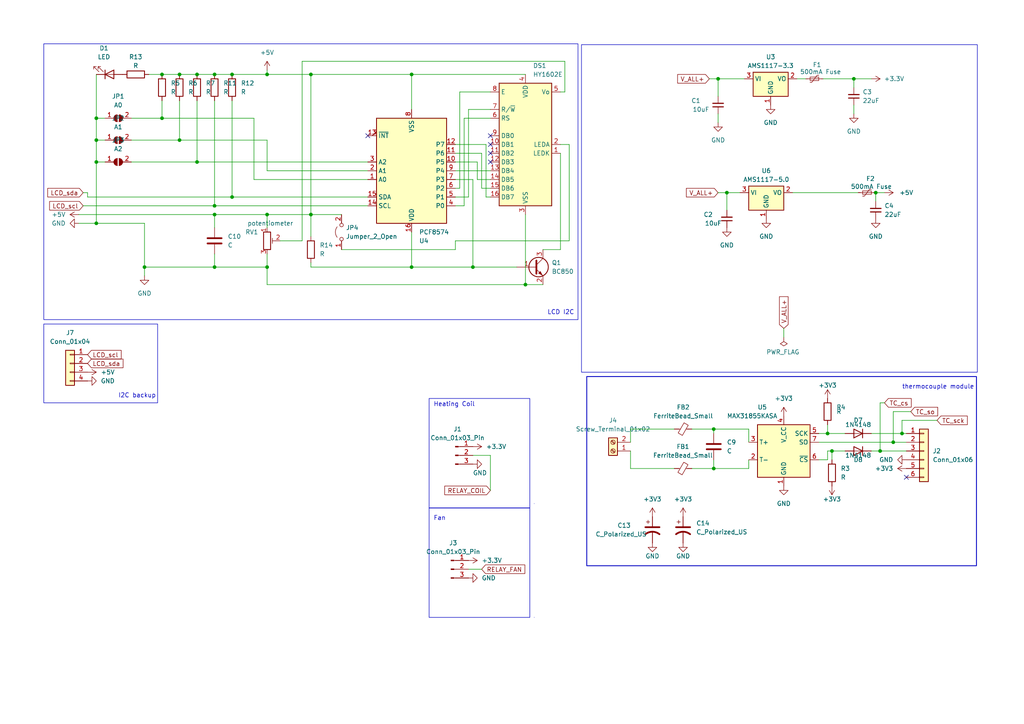
<source format=kicad_sch>
(kicad_sch (version 20230121) (generator eeschema)
  (paper "A4")
  (junction (at -39.37 50.8))
  (junction (at 90.17 21.59))
  (junction (at 241.3 130.81))
  (junction (at 207.01 124.46))
  (junction (at -229.87 106.68))
  (junction (at 46.99 34.29))
  (junction (at -208.28 39.37))
  (junction (at 77.47 62.23))
  (junction (at 207.01 135.89))
  (junction (at 77.47 77.47))
  (junction (at 261.62 125.73))
  (junction (at 67.31 21.59))
  (junction (at 52.07 21.59))
  (junction (at 77.47 21.59))
  (junction (at 57.15 21.59))
  (junction (at 27.94 40.64))
  (junction (at -213.36 114.3))
  (junction (at -208.28 41.91))
  (junction (at 62.23 59.69))
  (junction (at 27.94 34.29))
  (junction (at 254 55.88))
  (junction (at 41.91 77.47))
  (junction (at 247.65 22.86))
  (junction (at -196.85 106.68))
  (junction (at 62.23 21.59))
  (junction (at 259.08 128.27))
  (junction (at 57.15 46.99))
  (junction (at -104.14 25.4))
  (junction (at 27.94 46.99))
  (junction (at -195.58 34.29))
  (junction (at 46.99 21.59))
  (junction (at -29.21 60.96))
  (junction (at -165.1 35.56))
  (junction (at 240.03 125.73))
  (junction (at -175.26 44.45))
  (junction (at 27.94 64.77))
  (junction (at 119.38 21.59))
  (junction (at -91.44 17.78))
  (junction (at 119.38 77.47))
  (junction (at 210.82 55.88))
  (junction (at 255.27 130.81))
  (junction (at -161.29 35.56))
  (junction (at 52.07 40.64))
  (junction (at 208.28 22.86))
  (junction (at 90.17 62.23))
  (junction (at 67.31 57.15))
  (junction (at -223.52 62.23))
  (junction (at 62.23 77.47))
  (junction (at 137.16 77.47))
  (junction (at 62.23 62.23))
  (junction (at 152.4 82.55))
  (no_connect (at 142.24 46.99))
  (no_connect (at -58.42 96.52))
  (no_connect (at 142.24 41.91))
  (no_connect (at 142.24 44.45))
  (no_connect (at -149.86 45.72))
  (no_connect (at -58.42 99.06))
  (no_connect (at -58.42 93.98))
  (no_connect (at -58.42 104.14))
  (no_connect (at -208.28 52.07))
  (no_connect (at -58.42 78.74))
  (no_connect (at -208.28 54.61))
  (no_connect (at -149.86 53.34))
  (no_connect (at -58.42 38.1))
  (no_connect (at -149.86 43.18))
  (no_connect (at 142.24 39.37))
  (no_connect (at -58.42 86.36))
  (no_connect (at -58.42 76.2))
  (no_connect (at -149.86 60.96))
  (no_connect (at -58.42 35.56))
  (no_connect (at -58.42 63.5))
  (no_connect (at -58.42 111.76))
  (no_connect (at -58.42 66.04))
  (no_connect (at 262.89 138.43))
  (no_connect (at -149.86 66.04))
  (no_connect (at -58.42 68.58))
  (no_connect (at -58.42 106.68))
  (no_connect (at -58.42 91.44))
  (no_connect (at -149.86 55.88))
  (no_connect (at -58.42 58.42))
  (no_connect (at -58.42 109.22))
  (no_connect (at 106.68 39.37))
  (no_connect (at -58.42 101.6))
  (no_connect (at -58.42 60.96))
  (no_connect (at -149.86 58.42))
  (wire (pts (xy 217.17 128.27) (xy 217.17 124.46)))
  (wire (pts (xy 77.47 62.23) (xy 90.17 62.23)))
  (wire (pts (xy 149.86 77.47) (xy 137.16 77.47)))
  (wire (pts (xy 27.94 34.29) (xy 30.48 34.29)))
  (wire (pts (xy -205.74 106.68) (xy -196.85 106.68)))
  (wire (pts (xy 132.08 72.39) (xy 99.06 72.39)))
  (wire (pts (xy 77.47 82.55) (xy 152.4 82.55)))
  (wire (pts (xy -204.47 33.02) (xy -203.2 33.02)))
  (wire (pts (xy 52.07 40.64) (xy 77.47 40.64)))
  (wire (pts (xy 38.1 40.64) (xy 52.07 40.64)))
  (wire (pts (xy 62.23 62.23) (xy 62.23 66.04)))
  (wire (pts (xy 259.08 119.38) (xy 264.16 119.38)))
  (wire (pts (xy -213.36 114.3) (xy -213.36 118.11)))
  (wire (pts (xy -166.37 44.45) (xy -165.1 44.45)))
  (wire (pts (xy -48.26 74.93) (xy -48.26 73.66)))
  (wire (pts (xy 73.66 34.29) (xy 73.66 52.07)))
  (wire (pts (xy 27.94 64.77) (xy 22.86 64.77)))
  (wire (pts (xy -29.21 60.96) (xy -30.48 60.96)))
  (wire (pts (xy 241.3 130.81) (xy 240.03 130.81)))
  (wire (pts (xy -204.47 31.75) (xy -204.47 33.02)))
  (wire (pts (xy 62.23 29.21) (xy 62.23 59.69)))
  (wire (pts (xy -173.99 44.45) (xy -175.26 44.45)))
  (wire (pts (xy 46.99 21.59) (xy 52.07 21.59)))
  (wire (pts (xy 240.03 130.81) (xy 240.03 133.35)))
  (wire (pts (xy -208.28 36.83) (xy -208.28 39.37)))
  (wire (pts (xy -161.29 33.02) (xy -161.29 35.56)))
  (wire (pts (xy -223.52 62.23) (xy -222.25 62.23)))
  (wire (pts (xy 259.08 128.27) (xy 262.89 128.27)))
  (wire (pts (xy -104.14 17.78) (xy -91.44 17.78)))
  (wire (pts (xy 119.38 77.47) (xy 90.17 77.47)))
  (wire (pts (xy -229.87 114.3) (xy -213.36 114.3)))
  (wire (pts (xy -48.26 83.82) (xy -58.42 83.82)))
  (wire (pts (xy 135.89 57.15) (xy 135.89 31.75)))
  (wire (pts (xy -231.14 62.23) (xy -223.52 62.23)))
  (wire (pts (xy 254 55.88) (xy 254 58.42)))
  (wire (pts (xy 139.7 54.61) (xy 142.24 54.61)))
  (wire (pts (xy -38.1 60.96) (xy -39.37 60.96)))
  (wire (pts (xy 165.1 69.85) (xy 132.08 69.85)))
  (wire (pts (xy 237.49 133.35) (xy 240.03 133.35)))
  (wire (pts (xy 140.97 41.91) (xy 140.97 57.15)))
  (wire (pts (xy 137.16 77.47) (xy 119.38 77.47)))
  (wire (pts (xy 90.17 62.23) (xy 90.17 21.59)))
  (wire (pts (xy 90.17 62.23) (xy 90.17 68.58)))
  (wire (pts (xy 25.4 57.15) (xy 25.4 55.88)))
  (wire (pts (xy 182.88 124.46) (xy 182.88 128.27)))
  (wire (pts (xy 46.99 29.21) (xy 46.99 34.29)))
  (wire (pts (xy 195.58 124.46) (xy 182.88 124.46)))
  (wire (pts (xy -208.28 41.91) (xy -203.2 41.91)))
  (wire (pts (xy 247.65 30.48) (xy 247.65 33.02)))
  (wire (pts (xy 255.27 116.84) (xy 255.27 130.81)))
  (wire (pts (xy 132.08 41.91) (xy 140.97 41.91)))
  (wire (pts (xy 140.97 57.15) (xy 142.24 57.15)))
  (wire (pts (xy -39.37 50.8) (xy -39.37 60.96)))
  (wire (pts (xy 67.31 57.15) (xy 106.68 57.15)))
  (wire (pts (xy -161.29 35.56) (xy -149.86 35.56)))
  (wire (pts (xy 139.7 44.45) (xy 139.7 54.61)))
  (wire (pts (xy -104.14 25.4) (xy -104.14 30.48)))
  (wire (pts (xy -175.26 44.45) (xy -175.26 35.56)))
  (wire (pts (xy 200.66 135.89) (xy 207.01 135.89)))
  (wire (pts (xy -29.21 50.8) (xy -29.21 60.96)))
  (wire (pts (xy -165.1 35.56) (xy -165.1 44.45)))
  (wire (pts (xy 182.88 135.89) (xy 195.58 135.89)))
  (wire (pts (xy 77.47 49.53) (xy 106.68 49.53)))
  (wire (pts (xy 210.82 55.88) (xy 210.82 60.96)))
  (wire (pts (xy 227.33 95.25) (xy 227.33 97.79)))
  (wire (pts (xy 208.28 55.88) (xy 210.82 55.88)))
  (wire (pts (xy 207.01 124.46) (xy 207.01 125.73)))
  (wire (pts (xy 205.74 22.86) (xy 208.28 22.86)))
  (wire (pts (xy 77.47 62.23) (xy 77.47 66.04)))
  (wire (pts (xy 24.13 59.69) (xy 62.23 59.69)))
  (wire (pts (xy 24.13 55.88) (xy 25.4 55.88)))
  (wire (pts (xy 133.35 26.67) (xy 142.24 26.67)))
  (wire (pts (xy 237.49 125.73) (xy 240.03 125.73)))
  (wire (pts (xy 87.63 17.78) (xy 163.83 17.78)))
  (wire (pts (xy 67.31 21.59) (xy 77.47 21.59)))
  (wire (pts (xy -195.58 34.29) (xy -195.58 36.83)))
  (wire (pts (xy 217.17 133.35) (xy 217.17 135.89)))
  (wire (pts (xy -58.42 88.9) (xy -48.26 88.9)))
  (wire (pts (xy 162.56 41.91) (xy 165.1 41.91)))
  (wire (pts (xy 229.87 55.88) (xy 248.92 55.88)))
  (wire (pts (xy 138.43 46.99) (xy 138.43 52.07)))
  (wire (pts (xy 90.17 21.59) (xy 77.47 21.59)))
  (wire (pts (xy 52.07 21.59) (xy 57.15 21.59)))
  (wire (pts (xy -213.36 114.3) (xy -196.85 114.3)))
  (wire (pts (xy 27.94 64.77) (xy 41.91 64.77)))
  (wire (pts (xy -48.26 73.66) (xy -58.42 73.66)))
  (wire (pts (xy 27.94 46.99) (xy 27.94 64.77)))
  (wire (pts (xy -195.58 25.4) (xy -195.58 34.29)))
  (wire (pts (xy 134.62 34.29) (xy 142.24 34.29)))
  (wire (pts (xy 90.17 21.59) (xy 119.38 21.59)))
  (wire (pts (xy 57.15 29.21) (xy 57.15 46.99)))
  (wire (pts (xy 43.18 21.59) (xy 46.99 21.59)))
  (wire (pts (xy 73.66 52.07) (xy 106.68 52.07)))
  (wire (pts (xy -203.2 27.94) (xy -203.2 25.4)))
  (wire (pts (xy 38.1 34.29) (xy 46.99 34.29)))
  (wire (pts (xy 27.94 40.64) (xy 30.48 40.64)))
  (wire (pts (xy 139.7 165.1) (xy 135.89 165.1)))
  (wire (pts (xy 237.49 128.27) (xy 259.08 128.27)))
  (wire (pts (xy 259.08 119.38) (xy 259.08 128.27)))
  (wire (pts (xy 22.86 62.23) (xy 62.23 62.23)))
  (wire (pts (xy 162.56 44.45) (xy 162.56 72.39)))
  (wire (pts (xy -91.44 17.78) (xy -78.74 17.78)))
  (wire (pts (xy 27.94 34.29) (xy 27.94 40.64)))
  (wire (pts (xy 132.08 52.07) (xy 137.16 52.07)))
  (wire (pts (xy 238.76 22.86) (xy 247.65 22.86)))
  (wire (pts (xy 41.91 64.77) (xy 41.91 77.47)))
  (wire (pts (xy 132.08 59.69) (xy 134.62 59.69)))
  (wire (pts (xy 138.43 52.07) (xy 142.24 52.07)))
  (wire (pts (xy -229.87 106.68) (xy -220.98 106.68)))
  (wire (pts (xy 252.73 125.73) (xy 261.62 125.73)))
  (wire (pts (xy 137.16 132.08) (xy 142.24 132.08)))
  (wire (pts (xy -58.42 55.88) (xy -53.34 55.88)))
  (wire (pts (xy -58.42 81.28) (xy -48.26 81.28)))
  (wire (pts (xy 62.23 59.69) (xy 106.68 59.69)))
  (wire (pts (xy 57.15 46.99) (xy 106.68 46.99)))
  (wire (pts (xy 157.48 72.39) (xy 162.56 72.39)))
  (wire (pts (xy 62.23 77.47) (xy 41.91 77.47)))
  (wire (pts (xy -204.47 29.21) (xy -204.47 27.94)))
  (wire (pts (xy -58.42 53.34) (xy -53.34 53.34)))
  (wire (pts (xy 132.08 57.15) (xy 135.89 57.15)))
  (wire (pts (xy 87.63 69.85) (xy 87.63 17.78)))
  (wire (pts (xy 261.62 125.73) (xy 262.89 125.73)))
  (wire (pts (xy 46.99 34.29) (xy 73.66 34.29)))
  (wire (pts (xy 241.3 130.81) (xy 241.3 133.35)))
  (wire (pts (xy 27.94 40.64) (xy 27.94 46.99)))
  (wire (pts (xy 208.28 33.02) (xy 208.28 35.56)))
  (wire (pts (xy 254 55.88) (xy 256.54 55.88)))
  (wire (pts (xy 255.27 130.81) (xy 262.89 130.81)))
  (wire (pts (xy 62.23 73.66) (xy 62.23 77.47)))
  (wire (pts (xy 208.28 22.86) (xy 215.9 22.86)))
  (wire (pts (xy -208.28 39.37) (xy -203.2 39.37)))
  (wire (pts (xy -208.28 29.21) (xy -204.47 29.21)))
  (wire (pts (xy 163.83 17.78) (xy 163.83 26.67)))
  (wire (pts (xy 134.62 59.69) (xy 134.62 34.29)))
  (wire (pts (xy 240.03 123.19) (xy 240.03 125.73)))
  (wire (pts (xy 207.01 135.89) (xy 217.17 135.89)))
  (wire (pts (xy 62.23 62.23) (xy 77.47 62.23)))
  (wire (pts (xy 163.83 26.67) (xy 162.56 26.67)))
  (wire (pts (xy -161.29 35.56) (xy -165.1 35.56)))
  (wire (pts (xy 240.03 125.73) (xy 245.11 125.73)))
  (wire (pts (xy 247.65 22.86) (xy 252.73 22.86)))
  (wire (pts (xy -204.47 27.94) (xy -203.2 27.94)))
  (wire (pts (xy 119.38 21.59) (xy 152.4 21.59)))
  (wire (pts (xy 137.16 52.07) (xy 137.16 77.47)))
  (wire (pts (xy -208.28 24.13) (xy -204.47 24.13)))
  (wire (pts (xy 210.82 55.88) (xy 214.63 55.88)))
  (wire (pts (xy -203.2 33.02) (xy -203.2 34.29)))
  (wire (pts (xy 261.62 121.92) (xy 271.78 121.92)))
  (wire (pts (xy -113.03 25.4) (xy -104.14 25.4)))
  (wire (pts (xy 208.28 22.86) (xy 208.28 27.94)))
  (wire (pts (xy 132.08 54.61) (xy 133.35 54.61)))
  (wire (pts (xy 261.62 121.92) (xy 261.62 125.73)))
  (wire (pts (xy 90.17 77.47) (xy 90.17 76.2)))
  (wire (pts (xy -208.28 31.75) (xy -204.47 31.75)))
  (wire (pts (xy 119.38 67.31) (xy 119.38 77.47)))
  (wire (pts (xy 77.47 82.55) (xy 77.47 77.47)))
  (wire (pts (xy -104.14 25.4) (xy -91.44 25.4)))
  (wire (pts (xy 217.17 124.46) (xy 207.01 124.46)))
  (wire (pts (xy 132.08 44.45) (xy 139.7 44.45)))
  (wire (pts (xy 38.1 46.99) (xy 57.15 46.99)))
  (wire (pts (xy 241.3 130.81) (xy 245.11 130.81)))
  (wire (pts (xy 142.24 132.08) (xy 142.24 142.24)))
  (wire (pts (xy 57.15 21.59) (xy 62.23 21.59)))
  (wire (pts (xy 200.66 124.46) (xy 207.01 124.46)))
  (wire (pts (xy 133.35 54.61) (xy 133.35 26.67)))
  (wire (pts (xy 252.73 130.81) (xy 255.27 130.81)))
  (wire (pts (xy 135.89 31.75) (xy 142.24 31.75)))
  (wire (pts (xy 182.88 130.81) (xy 182.88 135.89)))
  (wire (pts (xy 157.48 82.55) (xy 152.4 82.55)))
  (wire (pts (xy 77.47 77.47) (xy 62.23 77.47)))
  (wire (pts (xy 62.23 21.59) (xy 67.31 21.59)))
  (wire (pts (xy 165.1 41.91) (xy 165.1 69.85)))
  (wire (pts (xy 77.47 20.32) (xy 77.47 21.59)))
  (wire (pts (xy 207.01 135.89) (xy 207.01 133.35)))
  (wire (pts (xy 231.14 22.86) (xy 233.68 22.86)))
  (wire (pts (xy -58.42 50.8) (xy -39.37 50.8)))
  (wire (pts (xy 81.28 69.85) (xy 87.63 69.85)))
  (wire (pts (xy 119.38 21.59) (xy 119.38 31.75)))
  (wire (pts (xy 52.07 29.21) (xy 52.07 40.64)))
  (wire (pts (xy 27.94 46.99) (xy 30.48 46.99)))
  (wire (pts (xy 67.31 29.21) (xy 67.31 57.15)))
  (wire (pts (xy 25.4 57.15) (xy 67.31 57.15)))
  (wire (pts (xy 256.54 116.84) (xy 255.27 116.84)))
  (wire (pts (xy 247.65 22.86) (xy 247.65 25.4)))
  (wire (pts (xy 41.91 77.47) (xy 41.91 80.01)))
  (wire (pts (xy 132.08 69.85) (xy 132.08 72.39)))
  (wire (pts (xy 132.08 49.53) (xy 142.24 49.53)))
  (wire (pts (xy -208.28 41.91) (xy -208.28 44.45)))
  (wire (pts (xy 77.47 40.64) (xy 77.47 49.53)))
  (wire (pts (xy 152.4 82.55) (xy 152.4 62.23)))
  (wire (pts (xy -48.26 71.12) (xy -58.42 71.12)))
  (wire (pts (xy 132.08 46.99) (xy 138.43 46.99)))
  (wire (pts (xy 27.94 21.59) (xy 27.94 34.29)))
  (wire (pts (xy 90.17 62.23) (xy 99.06 62.23)))
  (wire (pts (xy 77.47 77.47) (xy 77.47 73.66)))
  (rectangle (start -238.76 13.97) (end -191.77 69.85) (stroke (width 0) (type dash)))
  (rectangle (start 154.94 146.05) (end 154.94 146.05))
  (rectangle (start 124.46 147.32) (end 153.67 179.07))
  (rectangle (start 154.94 179.07) (end 154.94 179.07))
  (rectangle (start 12.7 12.7) (end 167.64 92.71))
  (rectangle (start -238.76 97.79) (end -185.42 127) (stroke (width 0) (type dash)))
  (rectangle (start 168.656 12.954) (end 283.464 107.95))
  (rectangle (start -180.34 13.97) (end -22.86 127) (stroke (width 0) (type dash)))
  (rectangle (start 45.72 116.84) (end 12.7 93.98))
  (rectangle (start 124.46 115.57) (end 153.67 147.32))
  (rectangle (start 170.18 109.22) (end 283.21 164.084) (stroke (width 0.25)))
  (text "Heating Coil" (at 125.73 118.11 0) (effects (font (size 1.27 1.27)) (justify left bottom)))
  (text "LCD I2C" (at 158.75 91.44 0) (effects (font (size 1.27 1.27)) (justify left bottom)))
  (text "I2C backup\n" (at 34.29 115.57 0) (effects (font (size 1.27 1.27)) (justify left bottom)))
  (text "USB_Connector" (at -238.76 12.7 0) (effects (font (size 1.27 1.27)) (justify left bottom)))
  (text "thermocouple module" (at 261.62 113.03 0) (effects (font (size 1.27 1.27)) (justify left bottom)))
  (text "3.3V Supply" (at -238.76 96.52 0) (effects (font (size 1.27 1.27)) (justify left bottom)))
  (text "Fan" (at 125.73 151.13 0) (effects (font (size 1.27 1.27)) (justify left bottom)))
  (text "ESP32S2" (at -180.34 12.7 0) (effects (font (size 1.27 1.27)) (justify left bottom)))
  (label "D-" (at -58.42 45.72 0))
  (label "D+" (at -203.2 41.91 0))
  (label "D-" (at -203.2 39.37 0))
  (label "D+" (at -58.42 43.18 0))
  (global_label "TC_sck" (shape input) (at -48.26 81.28 0) (property "Intersheetrefs" "${INTERSHEET_REFS}" (effects hide)))
  (global_label "TC_sck" (shape input) (at 271.78 121.92 0) (property "Intersheetrefs" "${INTERSHEET_REFS}" (effects hide)))
  (global_label "RELAY_COIL" (shape input) (at -53.34 55.88 0) (property "Intersheetrefs" "${INTERSHEET_REFS}" (effects hide)))
  (global_label "RELAY_FAN" (shape input) (at 139.7 165.1 0) (property "Intersheetrefs" "${INTERSHEET_REFS}" (effects hide)))
  (global_label "TC_so" (shape input) (at -48.26 83.82 0) (property "Intersheetrefs" "${INTERSHEET_REFS}" (effects hide)))
  (global_label "V_ALL+" (shape input) (at 227.33 95.25 90) (property "Intersheetrefs" "${INTERSHEET_REFS}" (effects hide)))
  (global_label "LCD_sda" (shape input) (at -48.26 71.12 0) (property "Intersheetrefs" "${INTERSHEET_REFS}" (effects hide)))
  (global_label "RELAY_COIL" (shape input) (at 142.24 142.24 180) (property "Intersheetrefs" "${INTERSHEET_REFS}" (effects hide)))
  (global_label "LCD_sda" (shape input) (at 25.4 105.41 0) (property "Intersheetrefs" "${INTERSHEET_REFS}" (effects hide)))
  (global_label "TC_cs" (shape input) (at -48.26 88.9 0) (property "Intersheetrefs" "${INTERSHEET_REFS}" (effects hide)))
  (global_label "TC_so" (shape input) (at 264.16 119.38 0) (property "Intersheetrefs" "${INTERSHEET_REFS}" (effects hide)))
  (global_label "TC_cs" (shape input) (at 256.54 116.84 0) (property "Intersheetrefs" "${INTERSHEET_REFS}" (effects hide)))
  (global_label "V_ALL+" (shape input) (at 208.28 55.88 180) (property "Intersheetrefs" "${INTERSHEET_REFS}" (effects hide)))
  (global_label "LCD_scl" (shape input) (at 24.13 59.69 180) (property "Intersheetrefs" "${INTERSHEET_REFS}" (effects hide)))
  (global_label "V_ALL+" (shape input) (at 205.74 22.86 180) (property "Intersheetrefs" "${INTERSHEET_REFS}" (effects hide)))
  (global_label "RELAY_FAN" (shape input) (at -53.34 53.34 0) (property "Intersheetrefs" "${INTERSHEET_REFS}" (effects hide)))
  (global_label "LCD_sda" (shape input) (at 24.13 55.88 180) (property "Intersheetrefs" "${INTERSHEET_REFS}" (effects hide)))
  (global_label "LCD_scl" (shape input) (at 25.4 102.87 0) (property "Intersheetrefs" "${INTERSHEET_REFS}" (effects hide)))
  (global_label "LCD_scl" (shape input) (at -48.26 74.93 0) (property "Intersheetrefs" "${INTERSHEET_REFS}" (effects hide)))
  (symbol (lib_id "Connector:Conn_01x03_Pin") (at 132.08 132.08 0) (unit 1)
    (property "Reference" "J1" (at 132.715 124.46 0))
    (property "Value" "Conn_01x03_Pin" (at 132.715 127 0))
    (property "Footprint" "Connector_PinHeader_2.54mm:PinHeader_1x03_P2.54mm_Horizontal" (effects hide))
  )
  (symbol (lib_id "Device:C_Small") (at 254 60.96 180) (unit 1)
    (property "Reference" "C4" (at 256.54 59.6835 0) (effects (justify right)))
    (property "Value" "22uF" (at 256.54 62.2235 0) (effects (justify right)))
    (property "Footprint" "Capacitor_SMD:C_0603_1608Metric" (effects hide))
  )
  (symbol (lib_id "power:GND") (at 222.25 63.5 0) (unit 1)
    (property "Reference" "#PWR07" (effects hide))
    (property "Value" "GND" (at 222.25 68.58 0))
  )
  (symbol (lib_id "power:GND") (at 210.82 66.04 0) (unit 1)
    (property "Reference" "#PWR04" (effects hide))
    (property "Value" "GND" (at 210.82 71.12 0))
  )
  (symbol (lib_id "power:GND") (at -222.25 62.23 0) (unit 1)
    (property "Reference" "#PWR046" (effects hide))
    (property "Value" "GND" (at -222.25 67.31 0))
  )
  (symbol (lib_id "power:+5V") (at -229.87 106.68 0) (unit 1)
    (property "Reference" "#PWR039" (effects hide))
    (property "Value" "+5V" (at -229.87 102.87 0))
  )
  (symbol (lib_id "power:GND") (at 262.89 133.35 270) (unit 1)
    (property "Reference" "#PWR031" (effects hide))
    (property "Value" "GND" (at 259.08 133.35 90) (effects (justify right)))
  )
  (symbol (lib_id "power:GND") (at 137.16 134.62 90) (unit 1)
    (property "Reference" "#PWR01" (effects hide))
    (property "Value" "GND" (at 137.16 137.16 90) (effects (justify right)))
  )
  (symbol (lib_id "power:+5V") (at 256.54 55.88 270) (unit 1)
    (property "Reference" "#PWR011" (effects hide))
    (property "Value" "+5V" (at 262.89 55.88 90))
  )
  (symbol (lib_id "power:GND") (at 198.12 157.48 0) (unit 1)
    (property "Reference" "#PWR041" (effects hide))
    (property "Value" "GND" (at 198.12 161.29 0))
  )
  (symbol (lib_id "power:PWR_FLAG") (at 227.33 97.79 180) (unit 1)
    (property "Reference" "#FLG01" (effects hide))
    (property "Value" "PWR_FLAG" (at 227.076 102.108 0))
  )
  (symbol (lib_id "Device:R") (at -199.39 25.4 90) (unit 1)
    (property "Reference" "R8" (at -199.39 19.05 90))
    (property "Value" "5.1 k" (at -199.39 21.59 90))
  )
  (symbol (lib_id "Device:Polyfuse_Small") (at 236.22 22.86 90) (unit 1)
    (property "Reference" "F1" (at 236.982 18.796 90))
    (property "Value" "500mA Fuse" (at 237.998 20.828 90))
    (property "Footprint" "Fuse:Fuse_0603_1608Metric" (effects hide))
  )
  (symbol (lib_id "power:GND") (at -175.26 44.45 0) (unit 1)
    (property "Reference" "#PWR051" (effects hide))
    (property "Value" "GND" (at -175.26 49.53 0))
  )
  (symbol (lib_id "Device:R") (at 62.23 25.4 0) (unit 1)
    (property "Reference" "R11" (at 64.77 24.13 0) (effects (justify left)))
    (property "Value" "R" (at 64.77 26.67 0) (effects (justify left)))
  )
  (symbol (lib_id "Device:C_Polarized_US") (at 198.12 153.67 0) (unit 1)
    (property "Reference" "C14" (at 201.93 151.765 0) (effects (justify left)))
    (property "Value" "C_Polarized_US" (at 201.93 154.305 0) (effects (justify left)))
  )
  (symbol (lib_id "power:+3V3") (at 189.23 149.86 0) (unit 1)
    (property "Reference" "#PWR045" (effects hide))
    (property "Value" "+3V3" (at 189.23 144.78 0))
  )
  (symbol (lib_id "Device:Polyfuse_Small") (at 251.46 55.88 90) (unit 1)
    (property "Reference" "F2" (at 252.476 51.816 90))
    (property "Value" "500mA Fuse" (at 252.73 54.102 90))
    (property "Footprint" "Fuse:Fuse_0603_1608Metric" (effects hide))
  )
  (symbol (lib_id "Device:C") (at -104.14 21.59 0) (unit 1)
    (property "Reference" "C19" (at -100.33 20.955 0) (effects (justify left)))
    (property "Value" "1uF" (at -100.33 23.495 0) (effects (justify left)))
  )
  (symbol (lib_id "power:GND") (at 254 63.5 0) (unit 1)
    (property "Reference" "#PWR010" (effects hide))
    (property "Value" "GND" (at 254 68.58 0))
  )
  (symbol (lib_id "Device:R_Potentiometer_Trim") (at 77.47 69.85 0) (unit 1)
    (property "Reference" "RV1" (at 74.93 67.31 0) (effects (justify right)))
    (property "Value" "potentiometer" (at 85.09 64.77 0) (effects (justify right)))
    (property "Footprint" "Potentiometer_SMD:Potentiometer_ACP_CA9-VSMD_Vertical_Hole" (effects hide))
  )
  (symbol (lib_id "power:+5V") (at 25.4 107.95 270) (unit 1)
    (property "Reference" "#PWR08" (effects hide))
    (property "Value" "+5V" (at 29.21 107.95 90) (effects (justify left)))
  )
  (symbol (lib_id "Jumper:SolderJumper_2_Open") (at 34.29 34.29 0) (unit 1)
    (property "Reference" "JP1" (at 34.29 27.94 0))
    (property "Value" "A0" (at 34.29 30.48 0))
  )
  (symbol (lib_id "power:+3.3V") (at -161.29 25.4 0) (unit 1)
    (property "Reference" "#PWR052" (effects hide))
    (property "Value" "+3.3V" (at -161.29 21.59 0))
  )
  (symbol (lib_id "Connector:Screw_Terminal_01x02") (at 177.8 130.81 180) (unit 1)
    (property "Reference" "J4" (at 177.8 121.92 0))
    (property "Value" "Screw_Terminal_01x02" (at 177.8 124.46 0))
  )
  (symbol (lib_id "Interface_Expansion:PCF8574") (at 119.38 49.53 0) (mirror x) (unit 1)
    (property "Reference" "U4" (at 121.5741 69.85 0) (effects (justify left)))
    (property "Value" "PCF8574" (at 121.5741 67.31 0) (effects (justify left)))
    (property "Datasheet" "http://www.nxp.com/docs/en/data-sheet/PCF8574_PCF8574A.pdf" (effects hide))
  )
  (symbol (lib_id "power:GND") (at 223.52 30.48 0) (unit 1)
    (property "Reference" "#PWR06" (effects hide))
    (property "Value" "GND" (at 223.52 35.56 0))
  )
  (symbol (lib_id "Device:C_Polarized_US") (at 189.23 153.67 0) (unit 1)
    (property "Reference" "C13" (at 179.07 152.4 0) (effects (justify left)))
    (property "Value" "C_Polarized_US" (at 172.72 154.94 0) (effects (justify left)))
  )
  (symbol (lib_id "Device:C_Small") (at 208.28 30.48 0) (mirror x) (unit 1)
    (property "Reference" "C1" (at 203.2 29.21 0) (effects (justify right)))
    (property "Value" "10uF" (at 205.74 31.75 0) (effects (justify right)))
    (property "Footprint" "Capacitor_SMD:C_0603_1608Metric" (effects hide))
  )
  (symbol (lib_id "power:GND") (at 208.28 35.56 0) (unit 1)
    (property "Reference" "#PWR03" (effects hide))
    (property "Value" "GND" (at 208.28 40.64 0))
  )
  (symbol (lib_id "power:GND") (at 189.23 157.48 0) (unit 1)
    (property "Reference" "#PWR040" (effects hide))
    (property "Value" "GND" (at 189.23 161.29 0))
  )
  (symbol (lib_id "Device:C") (at -229.87 110.49 0) (unit 1)
    (property "Reference" "C16" (at -226.06 109.855 0) (effects (justify left)))
    (property "Value" "100nF" (at -226.06 112.395 0) (effects (justify left)))
  )
  (symbol (lib_id "Connector:USB_C_Receptacle_USB2.0_16P") (at -223.52 39.37 0) (unit 1)
    (property "Reference" "J5" (at -223.52 16.51 0))
    (property "Value" "USB_C_Receptacle_USB2.0_16P" (at -223.52 19.05 0))
    (property "Datasheet" "https://www.usb.org/sites/default/files/documents/usb_type-c.zip" (effects hide))
  )
  (symbol (lib_id "Jumper:Jumper_2_Open") (at 99.06 67.31 90) (unit 1)
    (property "Reference" "JP4" (at 100.33 66.04 90) (effects (justify right)))
    (property "Value" "Jumper_2_Open" (at 100.33 68.58 90) (effects (justify right)))
  )
  (symbol (lib_id "power:GND") (at -78.74 17.78 0) (unit 1)
    (property "Reference" "#PWR055" (effects hide))
    (property "Value" "GND" (at -78.74 22.86 0))
  )
  (symbol (lib_id "Device:C") (at 207.01 129.54 0) (unit 1)
    (property "Reference" "C9" (at 210.82 128.27 0) (effects (justify left)))
    (property "Value" "C" (at 210.82 130.81 0) (effects (justify left)))
  )
  (symbol (lib_id "Device:FerriteBead_Small") (at 198.12 124.46 270) (unit 1)
    (property "Reference" "FB2" (at 198.1581 118.11 90))
    (property "Value" "FerriteBead_Small" (at 198.1581 120.65 90))
  )
  (symbol (lib_id "Sensor_Temperature:MAX31855KASA") (at 227.33 130.81 0) (unit 1)
    (property "Reference" "U5" (at 219.71 118.11 0) (effects (justify left)))
    (property "Value" "MAX31855KASA" (at 210.82 120.65 0) (effects (justify left)))
    (property "Footprint" "Package_SO:SOIC-8_3.9x4.9mm_P1.27mm" (effects hide))
    (property "Datasheet" "http://datasheets.maximintegrated.com/en/ds/MAX31855.pdf" (effects hide))
  )
  (symbol (lib_id "power:+3V3") (at 198.12 149.86 0) (unit 1)
    (property "Reference" "#PWR044" (effects hide))
    (property "Value" "+3V3" (at 198.12 144.78 0))
  )
  (symbol (lib_id "power:GND") (at 41.91 80.01 0) (unit 1)
    (property "Reference" "#PWR025" (effects hide))
    (property "Value" "GND" (at 41.91 85.09 0))
  )
  (symbol (lib_id "power:+3.3V") (at -113.03 25.4 0) (unit 1)
    (property "Reference" "#PWR053" (effects hide))
    (property "Value" "+3.3V" (at -113.03 21.59 0))
  )
  (symbol (lib_id "Jumper:SolderJumper_2_Open") (at 34.29 40.64 0) (unit 1)
    (property "Reference" "JP2" (at 34.29 34.29 0))
    (property "Value" "A1" (at 34.29 36.83 0))
  )
  (symbol (lib_id "esp32:ESP32-S2-SOLO") (at -104.14 73.66 0) (unit 1)
    (property "Reference" "U8" (at -102.1841 29.21 0) (effects (justify left)))
    (property "Value" "ESP32-S2-SOLO" (at -102.1841 31.75 0) (effects (justify left)))
    (property "Footprint" "PCM_Espressif:ESP32-S2-SOLO" (effects hide))
    (property "Datasheet" "https://www.espressif.com/sites/default/files/documentation/esp32-s2-solo_esp32-s2-solo-u_datasheet_en.pdf" (effects hide))
  )
  (symbol (lib_id "Display_Character:HY1602E") (at 152.4 41.91 0) (unit 1)
    (property "Reference" "DS1" (at 154.5941 19.05 0) (effects (justify left)))
    (property "Value" "HY1602E" (at 154.5941 21.59 0) (effects (justify left)))
    (property "Footprint" "Display:HY1602E" (effects hide))
    (property "Datasheet" "http://www.icbank.com/data/ICBShop/board/HY1602E.pdf" (effects hide))
  )
  (symbol (lib_id "Device:C") (at -196.85 110.49 0) (unit 1)
    (property "Reference" "C17" (at -193.04 109.855 0) (effects (justify left)))
    (property "Value" "10uF" (at -193.04 112.395 0) (effects (justify left)))
  )
  (symbol (lib_id "Connector:Conn_01x03_Pin") (at 130.81 165.1 0) (unit 1)
    (property "Reference" "J3" (at 131.445 157.48 0))
    (property "Value" "Conn_01x03_Pin" (at 131.445 160.02 0))
    (property "Footprint" "Connector_PinHeader_2.54mm:PinHeader_1x03_P2.54mm_Horizontal" (effects hide))
  )
  (symbol (lib_id "Device:R") (at 46.99 25.4 0) (unit 1)
    (property "Reference" "R5" (at 49.53 24.13 0) (effects (justify left)))
    (property "Value" "R" (at 49.53 26.67 0) (effects (justify left)))
  )
  (symbol (lib_id "Device:C_Small") (at 247.65 27.94 180) (unit 1)
    (property "Reference" "C3" (at 250.19 26.6635 0) (effects (justify right)))
    (property "Value" "22uF" (at 250.19 29.2035 0) (effects (justify right)))
    (property "Footprint" "Capacitor_SMD:C_0603_1608Metric" (effects hide))
  )
  (symbol (lib_id "Device:R") (at 241.3 137.16 0) (unit 1)
    (property "Reference" "R3" (at 243.84 135.89 0) (effects (justify left)))
    (property "Value" "R" (at 243.84 138.43 0) (effects (justify left)))
  )
  (symbol (lib_id "Device:C") (at -91.44 21.59 0) (unit 1)
    (property "Reference" "C20" (at -87.63 20.955 0) (effects (justify left)))
    (property "Value" ".1uF" (at -87.63 23.495 0) (effects (justify left)))
  )
  (symbol (lib_id "power:+3.3V") (at 137.16 129.54 270) (unit 1)
    (property "Reference" "#PWR014" (effects hide))
    (property "Value" "+3.3V" (at 140.97 129.54 90) (effects (justify left)))
  )
  (symbol (lib_id "Regulator_Linear:AMS1117-5.0") (at 222.25 55.88 0) (unit 1)
    (property "Reference" "U6" (at 222.25 49.53 0))
    (property "Value" "AMS1117-5.0" (at 222.25 52.07 0))
    (property "Footprint" "Package_TO_SOT_SMD:SOT-223-3_TabPin2" (effects hide))
    (property "Datasheet" "http://www.advanced-monolithic.com/pdf/ds1117.pdf" (effects hide))
  )
  (symbol (lib_id "Device:R") (at 90.17 72.39 0) (unit 1)
    (property "Reference" "R14" (at 92.71 71.12 0) (effects (justify left)))
    (property "Value" "R" (at 92.71 73.66 0) (effects (justify left)))
  )
  (symbol (lib_id "power:+3V3") (at 240.03 115.57 0) (unit 1)
    (property "Reference" "#PWR026" (effects hide))
    (property "Value" "+3V3" (at 240.03 111.76 0))
  )
  (symbol (lib_id "power:GND") (at 25.4 110.49 90) (unit 1)
    (property "Reference" "#PWR012" (effects hide))
    (property "Value" "GND" (at 29.21 110.49 90) (effects (justify right)))
  )
  (symbol (lib_id "power:+3.3V") (at 252.73 22.86 270) (unit 1)
    (property "Reference" "#PWR013" (effects hide))
    (property "Value" "+3.3V" (at 259.334 22.86 90))
  )
  (symbol (lib_id "Device:R") (at -161.29 29.21 0) (unit 1)
    (property "Reference" "R10" (at -158.75 28.575 0) (effects (justify left)))
    (property "Value" "10k" (at -158.75 31.115 0) (effects (justify left)))
  )
  (symbol (lib_id "power:GND") (at -195.58 36.83 0) (unit 1)
    (property "Reference" "#PWR050" (effects hide))
    (property "Value" "GND" (at -195.58 41.91 0))
  )
  (symbol (lib_id "Switch:SW_Omron_B3FS") (at -170.18 35.56 0) (unit 1)
    (property "Reference" "SW5" (at -170.18 29.21 0))
    (property "Value" "Reset" (at -170.18 31.75 0))
    (property "Datasheet" "https://omronfs.omron.com/en_US/ecb/products/pdf/en-b3fs.pdf" (effects hide))
  )
  (symbol (lib_id "Device:R") (at 52.07 25.4 0) (unit 1)
    (property "Reference" "R6" (at 54.61 24.13 0) (effects (justify left)))
    (property "Value" "R" (at 54.61 26.67 0) (effects (justify left)))
  )
  (symbol (lib_id "Connector_Generic:Conn_01x06") (at 267.97 130.81 0) (unit 1)
    (property "Reference" "J2" (at 270.51 130.81 0) (effects (justify left)))
    (property "Value" "Conn_01x06" (at 270.51 133.35 0) (effects (justify left)))
  )
  (symbol (lib_id "power:GND") (at 22.86 64.77 270) (unit 1)
    (property "Reference" "#PWR05" (effects hide))
    (property "Value" "GND" (at 19.05 64.77 90) (effects (justify right)))
  )
  (symbol (lib_id "Device:R") (at -199.39 34.29 270) (unit 1)
    (property "Reference" "R9" (at -199.39 27.94 90))
    (property "Value" "5.1 k" (at -199.39 30.48 90))
  )
  (symbol (lib_id "Device:C") (at -34.29 60.96 90) (unit 1)
    (property "Reference" "C21" (at -34.29 54.61 90))
    (property "Value" ".1uF" (at -34.29 57.15 90))
  )
  (symbol (lib_id "Device:C") (at 62.23 69.85 0) (unit 1)
    (property "Reference" "C10" (at 66.04 68.58 0) (effects (justify left)))
    (property "Value" "C" (at 66.04 71.12 0) (effects (justify left)))
  )
  (symbol (lib_id "power:+3V3") (at 227.33 120.65 0) (unit 1)
    (property "Reference" "#PWR030" (effects hide))
    (property "Value" "+3V3" (at 227.33 115.57 0))
  )
  (symbol (lib_id "power:+3.3V") (at -196.85 106.68 0) (unit 1)
    (property "Reference" "#PWR049" (effects hide))
    (property "Value" "+3.3V" (at -196.85 102.87 0))
  )
  (symbol (lib_id "Device:C_Small") (at 210.82 63.5 0) (mirror x) (unit 1)
    (property "Reference" "C2" (at 206.756 62.23 0) (effects (justify right)))
    (property "Value" "10uF" (at 209.296 64.77 0) (effects (justify right)))
    (property "Footprint" "Capacitor_SMD:C_0603_1608Metric" (effects hide))
  )
  (symbol (lib_id "Regulator_Linear:AMS1117-3.3") (at 223.52 22.86 0) (unit 1)
    (property "Reference" "U3" (at 223.52 16.51 0))
    (property "Value" "AMS1117-3.3" (at 223.52 19.05 0))
    (property "Footprint" "Package_TO_SOT_SMD:SOT-223-3_TabPin2" (effects hide))
    (property "Datasheet" "http://www.advanced-monolithic.com/pdf/ds1117.pdf" (effects hide))
  )
  (symbol (lib_id "power:+3V3") (at 241.3 140.97 180) (unit 1)
    (property "Reference" "#PWR027" (effects hide))
    (property "Value" "+3V3" (at 241.3 144.78 0))
  )
  (symbol (lib_id "Device:R") (at 39.37 21.59 90) (unit 1)
    (property "Reference" "R13" (at 39.37 16.51 90))
    (property "Value" "R" (at 39.37 19.05 90))
  )
  (symbol (lib_id "power:+5V") (at 22.86 62.23 90) (unit 1)
    (property "Reference" "#PWR02" (effects hide))
    (property "Value" "+5V" (at 19.05 62.23 90) (effects (justify left)))
  )
  (symbol (lib_id "power:GND") (at 227.33 140.97 0) (unit 1)
    (property "Reference" "#PWR033" (effects hide))
    (property "Value" "GND" (at 227.33 146.05 0))
  )
  (symbol (lib_id "Device:FerriteBead_Small") (at 198.12 135.89 90) (unit 1)
    (property "Reference" "FB1" (at 198.0819 129.54 90))
    (property "Value" "FerriteBead_Small" (at 198.0819 132.08 90))
  )
  (symbol (lib_id "Diode:1N4148") (at 248.92 130.81 180) (unit 1)
    (property "Reference" "D8" (at 248.92 133.35 0))
    (property "Value" "1N4148" (at 248.92 132.08 0))
    (property "Footprint" "Diode_THT:D_DO-35_SOD27_P7.62mm_Horizontal" (effects hide))
    (property "Datasheet" "https://assets.nexperia.com/documents/data-sheet/1N4148_1N4448.pdf" (effects hide))
    (property "Sim.Device" "D" (effects hide))
    (property "Sim.Pins" "1=K 2=A" (effects hide))
  )
  (symbol (lib_id "Diode:1N4148") (at 248.92 125.73 180) (unit 1)
    (property "Reference" "D7" (at 248.92 121.92 0))
    (property "Value" "1N4148" (at 248.92 123.19 0))
    (property "Footprint" "Diode_THT:D_DO-35_SOD27_P7.62mm_Horizontal" (effects hide))
    (property "Datasheet" "https://assets.nexperia.com/documents/data-sheet/1N4148_1N4448.pdf" (effects hide))
    (property "Sim.Device" "D" (effects hide))
    (property "Sim.Pins" "1=K 2=A" (effects hide))
  )
  (symbol (lib_id "power:GND") (at 247.65 33.02 0) (unit 1)
    (property "Reference" "#PWR09" (effects hide))
    (property "Value" "GND" (at 247.65 38.1 0))
  )
  (symbol (lib_id "Device:LED") (at 31.75 21.59 0) (mirror x) (unit 1)
    (property "Reference" "D1" (at 30.1625 13.97 0))
    (property "Value" "LED" (at 30.1625 16.51 0))
  )
  (symbol (lib_id "power:+5V") (at -204.47 24.13 0) (unit 1)
    (property "Reference" "#PWR048" (effects hide))
    (property "Value" "+5V" (at -204.47 20.32 0))
  )
  (symbol (lib_id "Device:C") (at -170.18 44.45 90) (unit 1)
    (property "Reference" "C18" (at -170.18 38.1 90))
    (property "Value" ".1uF" (at -170.18 40.64 90))
  )
  (symbol (lib_id "Device:R") (at 57.15 25.4 0) (unit 1)
    (property "Reference" "R7" (at 59.69 24.13 0) (effects (justify left)))
    (property "Value" "R" (at 59.69 26.67 0) (effects (justify left)))
  )
  (symbol (lib_id "power:+3.3V") (at 135.89 162.56 270) (unit 1)
    (property "Reference" "#PWR015" (effects hide))
    (property "Value" "+3.3V" (at 139.7 162.56 90) (effects (justify left)))
  )
  (symbol (lib_id "Connector_Generic:Conn_01x04") (at 20.32 105.41 0) (mirror y) (unit 1)
    (property "Reference" "J7" (at 20.32 96.52 0))
    (property "Value" "Conn_01x04" (at 20.32 99.06 0))
  )
  (symbol (lib_id "power:GND") (at -213.36 118.11 0) (unit 1)
    (property "Reference" "#PWR047" (effects hide))
    (property "Value" "GND" (at -213.36 123.19 0))
  )
  (symbol (lib_id "Device:R") (at 240.03 119.38 0) (unit 1)
    (property "Reference" "R4" (at 242.57 118.11 0) (effects (justify left)))
    (property "Value" "R" (at 242.57 119.38 0) (effects (justify left)))
  )
  (symbol (lib_id "Regulator_Linear:LD1117S33TR_SOT223") (at -213.36 106.68 0) (unit 1)
    (property "Reference" "U7" (at -213.36 100.33 0))
    (property "Value" "LD1117S33TR_SOT223" (at -213.36 102.87 0))
    (property "Footprint" "Package_TO_SOT_SMD:SOT-223-3_TabPin2" (effects hide))
    (property "Datasheet" "http://www.st.com/st-web-ui/static/active/en/resource/technical/document/datasheet/CD00000544.pdf" (effects hide))
  )
  (symbol (lib_id "Jumper:SolderJumper_2_Open") (at 34.29 46.99 0) (unit 1)
    (property "Reference" "JP3" (at 34.29 40.64 0))
    (property "Value" "A2" (at 34.29 43.18 0))
  )
  (symbol (lib_id "power:GND") (at 135.89 167.64 90) (unit 1)
    (property "Reference" "#PWR024" (effects hide))
    (property "Value" "GND" (at 139.7 167.64 90) (effects (justify right)))
  )
  (symbol (lib_id "power:+5V") (at 77.47 20.32 0) (unit 1)
    (property "Reference" "#PWR034" (effects hide))
    (property "Value" "+5V" (at 77.47 15.24 0))
  )
  (symbol (lib_id "Device:R") (at 67.31 25.4 0) (unit 1)
    (property "Reference" "R12" (at 69.85 24.13 0) (effects (justify left)))
    (property "Value" "R" (at 69.85 26.67 0) (effects (justify left)))
  )
  (symbol (lib_id "power:GND") (at -29.21 60.96 0) (unit 1)
    (property "Reference" "#PWR056" (effects hide))
    (property "Value" "GND" (at -29.21 66.04 0))
  )
  (symbol (lib_id "power:GND") (at -104.14 116.84 0) (unit 1)
    (property "Reference" "#PWR054" (effects hide))
    (property "Value" "GND" (at -104.14 121.92 0))
  )
  (symbol (lib_id "Switch:SW_Omron_B3FS") (at -34.29 50.8 0) (unit 1)
    (property "Reference" "SW6" (at -34.29 44.45 0))
    (property "Value" "Boot" (at -34.29 46.99 0))
    (property "Datasheet" "https://omronfs.omron.com/en_US/ecb/products/pdf/en-b3fs.pdf" (effects hide))
  )
  (symbol (lib_id "power:+3V3") (at 262.89 135.89 90) (unit 1)
    (property "Reference" "#PWR028" (effects hide))
    (property "Value" "+3V3" (at 259.08 135.89 90) (effects (justify left)))
  )
  (symbol (lib_id "Transistor_BJT:BC850") (at 154.94 77.47 0) (unit 1)
    (property "Reference" "Q1" (at 160.02 76.2 0) (effects (justify left)))
    (property "Value" "BC850" (at 160.02 78.74 0) (effects (justify left)))
    (property "Footprint" "Package_TO_SOT_SMD:SOT-23" (effects hide))
    (property "Datasheet" "http://www.infineon.com/dgdl/Infineon-BC847SERIES_BC848SERIES_BC849SERIES_BC850SERIES-DS-v01_01-en.pdf?fileId=db3a304314dca389011541d4630a1657" (effects hide))
  )
  (sheet (at -242.57 6.35) (size 241.3 187.96) (stroke (width 0.1524))
    (property "Sheetname" "Untitled Sheet" (at -242.57 5.6384 0) (effects (justify left bottom)))
    (property "Sheetfile" "untitled.kicad_sch" (at -242.57 194.8946 0) (effects (justify left top)))
  )
)
</source>
